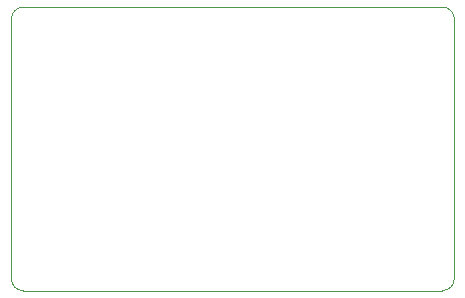
<source format=gm1>
G04 #@! TF.GenerationSoftware,KiCad,Pcbnew,9.0.4*
G04 #@! TF.CreationDate,2025-12-12T15:32:37-05:00*
G04 #@! TF.ProjectId,AD5689RARUZ-RL7_breakboard,41443536-3839-4524-9152-555a2d524c37,rev?*
G04 #@! TF.SameCoordinates,Original*
G04 #@! TF.FileFunction,Profile,NP*
%FSLAX46Y46*%
G04 Gerber Fmt 4.6, Leading zero omitted, Abs format (unit mm)*
G04 Created by KiCad (PCBNEW 9.0.4) date 2025-12-12 15:32:37*
%MOMM*%
%LPD*%
G01*
G04 APERTURE LIST*
G04 #@! TA.AperFunction,Profile*
%ADD10C,0.050000*%
G04 #@! TD*
G04 APERTURE END LIST*
D10*
X128500000Y-61000000D02*
X164000000Y-61000000D01*
X165000000Y-62000000D02*
X165000000Y-84000000D01*
X165000000Y-84000000D02*
G75*
G02*
X164000000Y-85000000I-1000000J0D01*
G01*
X128500000Y-85000000D02*
X164000000Y-85000000D01*
X127500000Y-62000000D02*
G75*
G02*
X128500000Y-61000000I1000000J0D01*
G01*
X127500000Y-62000000D02*
X127500000Y-84000000D01*
X164000000Y-61000000D02*
G75*
G02*
X165000000Y-62000000I0J-1000000D01*
G01*
X128500000Y-85000000D02*
G75*
G02*
X127500000Y-84000000I0J1000000D01*
G01*
M02*

</source>
